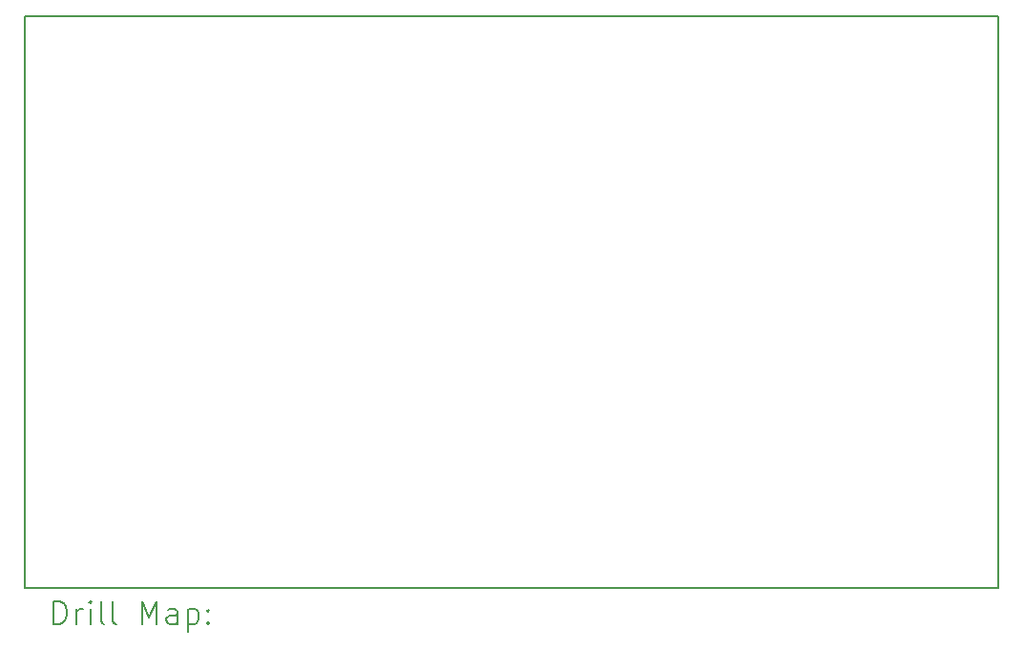
<source format=gbr>
%TF.GenerationSoftware,KiCad,Pcbnew,8.0.3*%
%TF.CreationDate,2024-06-26T21:02:27-07:00*%
%TF.ProjectId,PCTGotekAdapter,50435447-6f74-4656-9b41-646170746572,B*%
%TF.SameCoordinates,Original*%
%TF.FileFunction,Drillmap*%
%TF.FilePolarity,Positive*%
%FSLAX45Y45*%
G04 Gerber Fmt 4.5, Leading zero omitted, Abs format (unit mm)*
G04 Created by KiCad (PCBNEW 8.0.3) date 2024-06-26 21:02:27*
%MOMM*%
%LPD*%
G01*
G04 APERTURE LIST*
%ADD10C,0.150000*%
%ADD11C,0.200000*%
G04 APERTURE END LIST*
D10*
X12446000Y-7366000D02*
X21082000Y-7366000D01*
X21082000Y-12446000D01*
X12446000Y-12446000D01*
X12446000Y-7366000D01*
D11*
X12699277Y-12764984D02*
X12699277Y-12564984D01*
X12699277Y-12564984D02*
X12746896Y-12564984D01*
X12746896Y-12564984D02*
X12775467Y-12574508D01*
X12775467Y-12574508D02*
X12794515Y-12593555D01*
X12794515Y-12593555D02*
X12804039Y-12612603D01*
X12804039Y-12612603D02*
X12813562Y-12650698D01*
X12813562Y-12650698D02*
X12813562Y-12679269D01*
X12813562Y-12679269D02*
X12804039Y-12717365D01*
X12804039Y-12717365D02*
X12794515Y-12736412D01*
X12794515Y-12736412D02*
X12775467Y-12755460D01*
X12775467Y-12755460D02*
X12746896Y-12764984D01*
X12746896Y-12764984D02*
X12699277Y-12764984D01*
X12899277Y-12764984D02*
X12899277Y-12631650D01*
X12899277Y-12669746D02*
X12908801Y-12650698D01*
X12908801Y-12650698D02*
X12918324Y-12641174D01*
X12918324Y-12641174D02*
X12937372Y-12631650D01*
X12937372Y-12631650D02*
X12956420Y-12631650D01*
X13023086Y-12764984D02*
X13023086Y-12631650D01*
X13023086Y-12564984D02*
X13013562Y-12574508D01*
X13013562Y-12574508D02*
X13023086Y-12584031D01*
X13023086Y-12584031D02*
X13032610Y-12574508D01*
X13032610Y-12574508D02*
X13023086Y-12564984D01*
X13023086Y-12564984D02*
X13023086Y-12584031D01*
X13146896Y-12764984D02*
X13127848Y-12755460D01*
X13127848Y-12755460D02*
X13118324Y-12736412D01*
X13118324Y-12736412D02*
X13118324Y-12564984D01*
X13251658Y-12764984D02*
X13232610Y-12755460D01*
X13232610Y-12755460D02*
X13223086Y-12736412D01*
X13223086Y-12736412D02*
X13223086Y-12564984D01*
X13480229Y-12764984D02*
X13480229Y-12564984D01*
X13480229Y-12564984D02*
X13546896Y-12707841D01*
X13546896Y-12707841D02*
X13613562Y-12564984D01*
X13613562Y-12564984D02*
X13613562Y-12764984D01*
X13794515Y-12764984D02*
X13794515Y-12660222D01*
X13794515Y-12660222D02*
X13784991Y-12641174D01*
X13784991Y-12641174D02*
X13765943Y-12631650D01*
X13765943Y-12631650D02*
X13727848Y-12631650D01*
X13727848Y-12631650D02*
X13708801Y-12641174D01*
X13794515Y-12755460D02*
X13775467Y-12764984D01*
X13775467Y-12764984D02*
X13727848Y-12764984D01*
X13727848Y-12764984D02*
X13708801Y-12755460D01*
X13708801Y-12755460D02*
X13699277Y-12736412D01*
X13699277Y-12736412D02*
X13699277Y-12717365D01*
X13699277Y-12717365D02*
X13708801Y-12698317D01*
X13708801Y-12698317D02*
X13727848Y-12688793D01*
X13727848Y-12688793D02*
X13775467Y-12688793D01*
X13775467Y-12688793D02*
X13794515Y-12679269D01*
X13889753Y-12631650D02*
X13889753Y-12831650D01*
X13889753Y-12641174D02*
X13908801Y-12631650D01*
X13908801Y-12631650D02*
X13946896Y-12631650D01*
X13946896Y-12631650D02*
X13965943Y-12641174D01*
X13965943Y-12641174D02*
X13975467Y-12650698D01*
X13975467Y-12650698D02*
X13984991Y-12669746D01*
X13984991Y-12669746D02*
X13984991Y-12726888D01*
X13984991Y-12726888D02*
X13975467Y-12745936D01*
X13975467Y-12745936D02*
X13965943Y-12755460D01*
X13965943Y-12755460D02*
X13946896Y-12764984D01*
X13946896Y-12764984D02*
X13908801Y-12764984D01*
X13908801Y-12764984D02*
X13889753Y-12755460D01*
X14070705Y-12745936D02*
X14080229Y-12755460D01*
X14080229Y-12755460D02*
X14070705Y-12764984D01*
X14070705Y-12764984D02*
X14061182Y-12755460D01*
X14061182Y-12755460D02*
X14070705Y-12745936D01*
X14070705Y-12745936D02*
X14070705Y-12764984D01*
X14070705Y-12641174D02*
X14080229Y-12650698D01*
X14080229Y-12650698D02*
X14070705Y-12660222D01*
X14070705Y-12660222D02*
X14061182Y-12650698D01*
X14061182Y-12650698D02*
X14070705Y-12641174D01*
X14070705Y-12641174D02*
X14070705Y-12660222D01*
M02*

</source>
